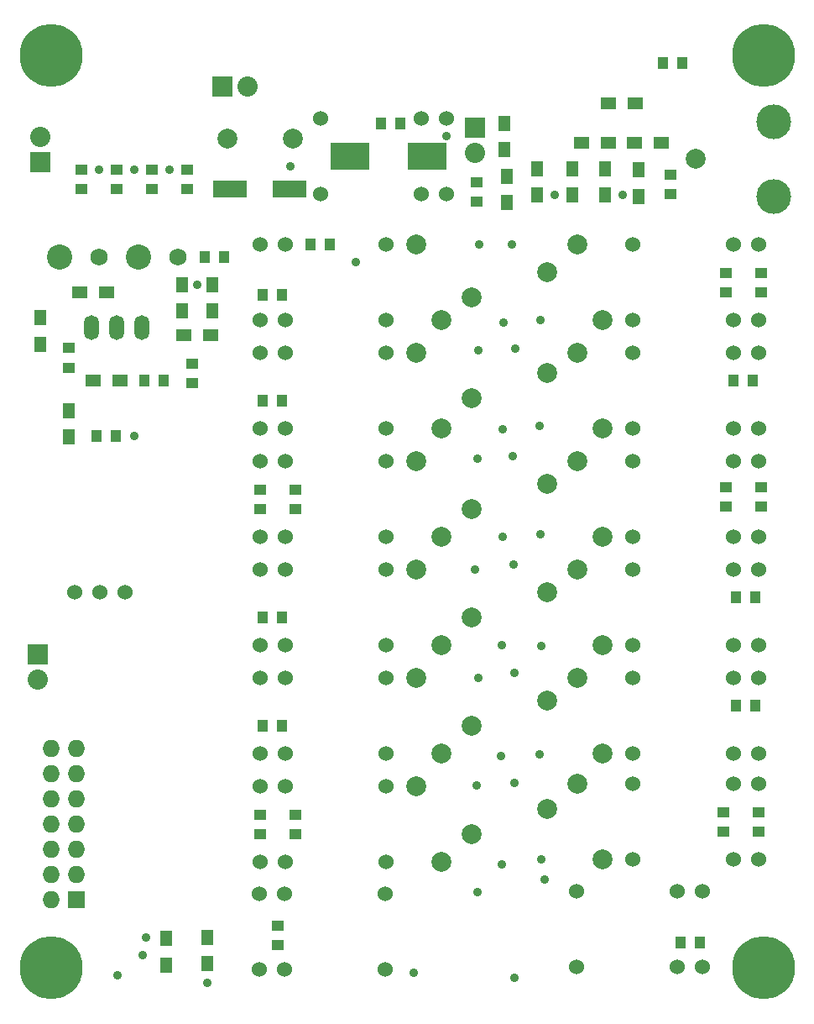
<source format=gbs>
G04 #@! TF.FileFunction,Soldermask,Bot*
%FSLAX46Y46*%
G04 Gerber Fmt 4.6, Leading zero omitted, Abs format (unit mm)*
G04 Created by KiCad (PCBNEW 4.0.1-stable) date 03/05/2016 06:21:55*
%MOMM*%
G01*
G04 APERTURE LIST*
%ADD10C,0.100000*%
%ADD11R,1.000000X1.250000*%
%ADD12R,1.250000X1.000000*%
%ADD13C,3.500000*%
%ADD14C,2.000000*%
%ADD15C,1.524000*%
%ADD16R,1.300000X1.500000*%
%ADD17R,1.500000X1.300000*%
%ADD18C,6.350000*%
%ADD19R,2.032000X2.032000*%
%ADD20O,2.032000X2.032000*%
%ADD21C,2.540000*%
%ADD22C,1.727200*%
%ADD23R,4.000500X2.700020*%
%ADD24R,3.500120X1.800860*%
%ADD25C,1.998980*%
%ADD26R,1.727200X1.727200*%
%ADD27O,1.727200X1.727200*%
%ADD28O,1.501140X2.499360*%
%ADD29C,0.889000*%
G04 APERTURE END LIST*
D10*
D11*
X128540000Y-71882000D03*
X130540000Y-71882000D03*
X125714000Y-77470000D03*
X123714000Y-77470000D03*
D12*
X120967500Y-68532500D03*
X120967500Y-70532500D03*
D11*
X152416000Y-45974000D03*
X154416000Y-45974000D03*
X134636000Y-59436000D03*
X136636000Y-59436000D03*
D12*
X125730000Y-50562000D03*
X125730000Y-52562000D03*
X132842000Y-50562000D03*
X132842000Y-52562000D03*
X122174000Y-50562000D03*
X122174000Y-52562000D03*
D13*
X192024000Y-53330000D03*
X192024000Y-45730000D03*
D14*
X184224000Y-49530000D03*
D15*
X124079000Y-93218000D03*
X126619000Y-93218000D03*
X121539000Y-93218000D03*
D16*
X175006000Y-53166000D03*
X175006000Y-50466000D03*
D17*
X172640000Y-47879000D03*
X175340000Y-47879000D03*
D16*
X171704000Y-53166000D03*
X171704000Y-50466000D03*
X135382000Y-62150000D03*
X135382000Y-64850000D03*
D17*
X132508000Y-67310000D03*
X135208000Y-67310000D03*
D16*
X132334000Y-62150000D03*
X132334000Y-64850000D03*
D17*
X178070500Y-43942000D03*
X175370500Y-43942000D03*
D16*
X178435000Y-53293000D03*
X178435000Y-50593000D03*
D17*
X177974000Y-47879000D03*
X180674000Y-47879000D03*
D18*
X191008000Y-39116000D03*
X119126000Y-39116000D03*
X191008000Y-131064000D03*
X119126000Y-131064000D03*
D11*
X182864000Y-39814500D03*
X180864000Y-39814500D03*
D19*
X117792500Y-99441000D03*
D20*
X117792500Y-101981000D03*
D17*
X123364000Y-71882000D03*
X126064000Y-71882000D03*
D16*
X120904000Y-74850000D03*
X120904000Y-77550000D03*
D12*
X129286000Y-50562000D03*
X129286000Y-52562000D03*
D15*
X159004000Y-45466000D03*
X156464000Y-45466000D03*
X146304000Y-45466000D03*
X146304000Y-53086000D03*
X159004000Y-53086000D03*
X156464000Y-53086000D03*
X140208000Y-65786000D03*
X142748000Y-65786000D03*
X152908000Y-65786000D03*
X152908000Y-58166000D03*
X140208000Y-58166000D03*
X142748000Y-58166000D03*
X140208000Y-76708000D03*
X142748000Y-76708000D03*
X152908000Y-76708000D03*
X152908000Y-69088000D03*
X140208000Y-69088000D03*
X142748000Y-69088000D03*
X140208000Y-87630000D03*
X142748000Y-87630000D03*
X152908000Y-87630000D03*
X152908000Y-80010000D03*
X140208000Y-80010000D03*
X142748000Y-80010000D03*
X140208000Y-98552000D03*
X142748000Y-98552000D03*
X152908000Y-98552000D03*
X152908000Y-90932000D03*
X140208000Y-90932000D03*
X142748000Y-90932000D03*
X140208000Y-109474000D03*
X142748000Y-109474000D03*
X152908000Y-109474000D03*
X152908000Y-101854000D03*
X140208000Y-101854000D03*
X142748000Y-101854000D03*
X140208000Y-120396000D03*
X142748000Y-120396000D03*
X152908000Y-120396000D03*
X152908000Y-112776000D03*
X140208000Y-112776000D03*
X142748000Y-112776000D03*
X140144500Y-131191000D03*
X142684500Y-131191000D03*
X152844500Y-131191000D03*
X152844500Y-123571000D03*
X140144500Y-123571000D03*
X142684500Y-123571000D03*
X190500000Y-58166000D03*
X187960000Y-58166000D03*
X177800000Y-58166000D03*
X177800000Y-65786000D03*
X190500000Y-65786000D03*
X187960000Y-65786000D03*
X190500000Y-69088000D03*
X187960000Y-69088000D03*
X177800000Y-69088000D03*
X177800000Y-76708000D03*
X190500000Y-76708000D03*
X187960000Y-76708000D03*
X190500000Y-80010000D03*
X187960000Y-80010000D03*
X177800000Y-80010000D03*
X177800000Y-87630000D03*
X190500000Y-87630000D03*
X187960000Y-87630000D03*
X190500000Y-90932000D03*
X187960000Y-90932000D03*
X177800000Y-90932000D03*
X177800000Y-98552000D03*
X190500000Y-98552000D03*
X187960000Y-98552000D03*
X190500000Y-101854000D03*
X187960000Y-101854000D03*
X177800000Y-101854000D03*
X177800000Y-109474000D03*
X190500000Y-109474000D03*
X187960000Y-109474000D03*
X190500000Y-112522000D03*
X187960000Y-112522000D03*
X177800000Y-112522000D03*
X177800000Y-120142000D03*
X190500000Y-120142000D03*
X187960000Y-120142000D03*
D19*
X118046500Y-49847500D03*
D20*
X118046500Y-47307500D03*
D19*
X136461500Y-42227500D03*
D20*
X139001500Y-42227500D03*
D16*
X118046500Y-65515500D03*
X118046500Y-68215500D03*
D21*
X119984000Y-59436000D03*
D22*
X123984000Y-59436000D03*
D21*
X127984000Y-59436000D03*
D22*
X131984000Y-59436000D03*
D23*
X157050740Y-49276000D03*
X149273260Y-49276000D03*
D24*
X143207740Y-52578000D03*
X137208260Y-52578000D03*
D11*
X147304000Y-58166000D03*
X145304000Y-58166000D03*
D25*
X155956000Y-58166000D03*
X158496000Y-65786000D03*
X155956000Y-69088000D03*
X158496000Y-76708000D03*
X155956000Y-80010000D03*
X158496000Y-87630000D03*
X155956000Y-90932000D03*
X158496000Y-98552000D03*
X155956000Y-101854000D03*
X158496000Y-109474000D03*
X155956000Y-112776000D03*
X158496000Y-120396000D03*
X161544000Y-63500000D03*
X169164000Y-60960000D03*
X161544000Y-73660000D03*
X169164000Y-71120000D03*
X161544000Y-84836000D03*
X169164000Y-82296000D03*
X161544000Y-95758000D03*
X169164000Y-93218000D03*
X161544000Y-106680000D03*
X169164000Y-104140000D03*
X161544000Y-117602000D03*
X169164000Y-115062000D03*
X172212000Y-58166000D03*
X174752000Y-65786000D03*
X172212000Y-69088000D03*
X174752000Y-76708000D03*
X172212000Y-80010000D03*
X174752000Y-87630000D03*
X172212000Y-90932000D03*
X174752000Y-98552000D03*
X172212000Y-101854000D03*
X174752000Y-109474000D03*
X172212000Y-112522000D03*
X174752000Y-120142000D03*
X143507460Y-47498000D03*
X136908540Y-47498000D03*
D12*
X190754000Y-62976000D03*
X190754000Y-60976000D03*
X190500000Y-117332000D03*
X190500000Y-115332000D03*
X140208000Y-115586000D03*
X140208000Y-117586000D03*
X140208000Y-82820000D03*
X140208000Y-84820000D03*
X190754000Y-84566000D03*
X190754000Y-82566000D03*
X187198000Y-62976000D03*
X187198000Y-60976000D03*
D11*
X189976000Y-71882000D03*
X187976000Y-71882000D03*
D12*
X187198000Y-84566000D03*
X187198000Y-82566000D03*
D11*
X190230000Y-93726000D03*
X188230000Y-93726000D03*
X190230000Y-104648000D03*
X188230000Y-104648000D03*
D12*
X186944000Y-117332000D03*
X186944000Y-115332000D03*
D11*
X140478000Y-63246000D03*
X142478000Y-63246000D03*
X140478000Y-73914000D03*
X142478000Y-73914000D03*
D12*
X143764000Y-82820000D03*
X143764000Y-84820000D03*
D11*
X140478000Y-95758000D03*
X142478000Y-95758000D03*
X140478000Y-106680000D03*
X142478000Y-106680000D03*
D12*
X143764000Y-115586000D03*
X143764000Y-117586000D03*
X141986000Y-126762000D03*
X141986000Y-128762000D03*
D16*
X168211500Y-53166000D03*
X168211500Y-50466000D03*
X165163500Y-53928000D03*
X165163500Y-51228000D03*
X164846000Y-48594000D03*
X164846000Y-45894000D03*
D11*
X184642000Y-128524000D03*
X182642000Y-128524000D03*
D15*
X184848500Y-123317000D03*
X182308500Y-123317000D03*
X172148500Y-123317000D03*
X172148500Y-130937000D03*
X184848500Y-130937000D03*
X182308500Y-130937000D03*
D12*
X133350000Y-72120000D03*
X133350000Y-70120000D03*
X181610000Y-51070000D03*
X181610000Y-53070000D03*
X162115500Y-51832000D03*
X162115500Y-53832000D03*
D19*
X161925000Y-46355000D03*
D20*
X161925000Y-48895000D03*
D16*
X130746500Y-128063000D03*
X130746500Y-130763000D03*
X134937500Y-130636000D03*
X134937500Y-127936000D03*
D26*
X121666000Y-124206000D03*
D27*
X119126000Y-124206000D03*
X121666000Y-121666000D03*
X119126000Y-121666000D03*
X121666000Y-119126000D03*
X119126000Y-119126000D03*
X121666000Y-116586000D03*
X119126000Y-116586000D03*
X121666000Y-114046000D03*
X119126000Y-114046000D03*
X121666000Y-111506000D03*
X119126000Y-111506000D03*
X121666000Y-108966000D03*
X119126000Y-108966000D03*
D28*
X125730000Y-66548000D03*
X128270000Y-66548000D03*
X123190000Y-66548000D03*
D17*
X122030500Y-62992000D03*
X124730500Y-62992000D03*
D29*
X168973500Y-122110500D03*
X162179000Y-123380500D03*
X165862000Y-132016500D03*
X155765500Y-131508500D03*
X165925500Y-112395000D03*
X162115500Y-112649000D03*
X168592500Y-120142000D03*
X164592000Y-120586500D03*
X168465500Y-109537500D03*
X164528500Y-109664500D03*
X165925500Y-101282500D03*
X162242500Y-101854000D03*
X168592500Y-98615500D03*
X164592000Y-98488500D03*
X165798500Y-90424000D03*
X161925000Y-90932000D03*
X168529000Y-87376000D03*
X164719000Y-87630000D03*
X165735000Y-79502000D03*
X162179000Y-79756000D03*
X168465500Y-76454000D03*
X164719000Y-76771500D03*
X165989000Y-68643500D03*
X162242500Y-68834000D03*
X164782500Y-66040000D03*
X168529000Y-65786000D03*
X165671500Y-58166000D03*
X162306000Y-58166000D03*
X169989500Y-53149500D03*
X134937500Y-132524500D03*
X159004000Y-47244000D03*
X127508000Y-77470000D03*
X133858000Y-62230000D03*
X131064000Y-50562000D03*
X127508000Y-50562000D03*
X123952000Y-50562000D03*
X143256000Y-50292000D03*
X176784000Y-53166000D03*
X149860000Y-59944000D03*
X125857000Y-131826000D03*
X128397000Y-129794000D03*
X128714500Y-128016000D03*
M02*

</source>
